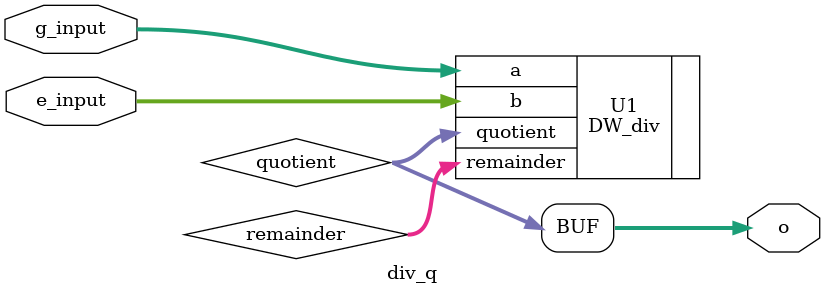
<source format=v>
`timescale 1ns / 1ps


// Please add +incdir+$SYNOPSYS/dw/sim_ver+ to your verilog simulator
// command line (for simulation).

module div_q(g_input, e_input, o);
  parameter width    = 32;
  parameter tc_mode  = 0;
  parameter rem_mode = 1; // corresponds to "%" in Verilog

  input  [width-1 : 0] g_input;
  input  [width-1 : 0] e_input;
  output [width-1:0  ] o;

  wire   [width-1 : 0] quotient;
  wire   [width-1 : 0] remainder;

  assign o = quotient;
  
  // Instance of DW_fp_div
  // more info: https://www.synopsys.com/dw/ipdir.php?c=DW_fp_div
  DW_div #(width, width, tc_mode, rem_mode)
    U1 (.a(g_input), .b(e_input),
        .quotient(quotient), .remainder(remainder));

endmodule





</source>
